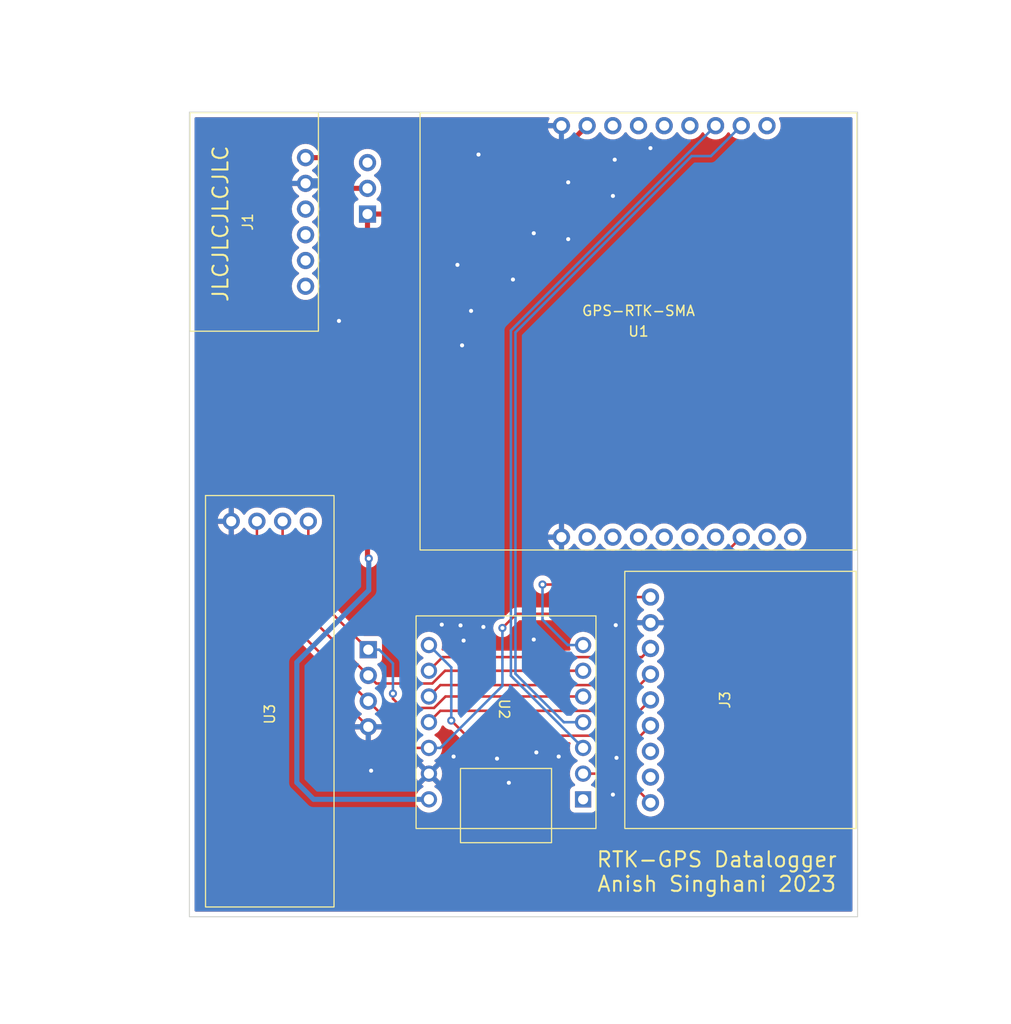
<source format=kicad_pcb>
(kicad_pcb (version 20211014) (generator pcbnew)
  (layers (0 "F.Cu" signal) (31 "B.Cu" signal) (34 "B.Paste" user) (35 "F.Paste" user) (36 "B.SilkS" user "B.Silkscreen") (37 "F.SilkS" user "F.Silkscreen") (38 "B.Mask" user) (39 "F.Mask" user) (44 "Edge.Cuts" user))
  (net 0 "")
  (net 14 "Net-(J1-Pad1)")
  (net 15 "GND")
  (net 16 "/RP_I2C_SDA")
  (net 17 "/RP_I2C_SCL")
  (net 18 "+3V3")
  (net 20 "/RP_SPI_CSn")
  (net 21 "/RP_SPI_MOSI")
  (net 22 "/RP_SPI_SCK")
  (net 23 "/RP_SPI_MISO")
  (net 25 "/DETECT")
  (net 26 "/GPS_RSTn")
  (net 27 "Net-(JP1-Pad2)")
  (net 28 "+5V")
  (net 29 "/RP_UART_TX")
  (net 30 "/RP_UART_RX")
  (footprint "Connector_PinHeader_2.54mm:PinHeader_1x03_P2.54mm_Vertical" (layer "F.Cu") (at 217.5002 59.04 180)
    (fp_text reference "SW1" hide)
    (fp_text value "SW_SPDT")
    (pad "1" thru_hole rect (at 0 0 180) (size 1.7 1.7) (drill 1) (layers *.Cu *.Mask) (net 28 "+5V"))
    (pad "2" thru_hole oval (at 0 2.54 180) (size 1.7 1.7) (drill 1) (layers *.Cu *.Mask) (net 14 "Net-(J1-Pad1)"))
    (pad "3" thru_hole oval (at 0 5.08 180) (size 1.7 1.7) (drill 1) (layers *.Cu *.Mask))
  )
  (footprint "sparkfun_parts:i2c-oled" (layer "F.Cu") (at 201.4916 89.3826 90)
    (fp_text reference "U3" (at -19.05 6.35 90) (layer "F.SilkS"))
    (fp_text value "I2C_OLED" hide)
    (fp_rect (start 2.54 0) (end -38.1 12.7) (layer "F.SilkS") (width 0.12) (fill none))
    (pad "1" thru_hole oval (at 0 2.54 90) (size 1.7 1.7) (drill 1) (layers *.Cu *.Mask) (net 15 "GND"))
    (pad "2" thru_hole oval (at 0 5.08 90) (size 1.7 1.7) (drill 1) (layers *.Cu *.Mask) (net 18 "+3V3"))
    (pad "3" thru_hole oval (at 0 7.62 90) (size 1.7 1.7) (drill 1) (layers *.Cu *.Mask) (net 17 "/RP_I2C_SCL"))
    (pad "4" thru_hole oval (at 0 10.16 90) (size 1.7 1.7) (drill 1) (layers *.Cu *.Mask) (net 16 "/RP_I2C_SDA"))
  )
  (footprint "sparkfun_parts:gps-rtk-sma" (layer "F.Cu") (at 222.6945 49.0408)
    (fp_text reference "U1" (at 21.59 21.59 unlocked) (layer "F.SilkS"))
    (fp_text value "GPS-RTK-SMA")
    (fp_text user "GPS-RTK-SMA" (at 21.59 19.558 unlocked) (layer "F.SilkS"))
    (fp_rect (start 0 0) (end 43.18 43.18) (layer "F.SilkS") (width 0.12) (fill none))
    (pad "1" thru_hole oval (at 13.97 1.27) (size 1.7 1.7) (drill 1) (layers *.Cu *.Mask) (net 15 "GND"))
    (pad "2" thru_hole oval (at 16.51 1.27) (size 1.7 1.7) (drill 1) (layers *.Cu *.Mask) (net 28 "+5V"))
    (pad "3" thru_hole oval (at 19.05 1.27) (size 1.7 1.7) (drill 1) (layers *.Cu *.Mask))
    (pad "4" thru_hole oval (at 21.59 1.27) (size 1.7 1.7) (drill 1) (layers *.Cu *.Mask))
    (pad "5" thru_hole oval (at 24.13 1.27) (size 1.7 1.7) (drill 1) (layers *.Cu *.Mask))
    (pad "6" thru_hole oval (at 26.67 1.27) (size 1.7 1.7) (drill 1) (layers *.Cu *.Mask))
    (pad "7" thru_hole oval (at 29.21 1.27) (size 1.7 1.7) (drill 1) (layers *.Cu *.Mask) (net 29 "/RP_UART_TX"))
    (pad "8" thru_hole oval (at 31.75 1.27) (size 1.7 1.7) (drill 1) (layers *.Cu *.Mask) (net 30 "/RP_UART_RX"))
    (pad "9" thru_hole oval (at 34.29 1.27) (size 1.7 1.7) (drill 1) (layers *.Cu *.Mask))
    (pad "10" thru_hole oval (at 36.83 41.91) (size 1.7 1.7) (drill 1) (layers *.Cu *.Mask))
    (pad "11" thru_hole oval (at 34.29 41.91) (size 1.7 1.7) (drill 1) (layers *.Cu *.Mask))
    (pad "12" thru_hole oval (at 31.75 41.91) (size 1.7 1.7) (drill 1) (layers *.Cu *.Mask) (net 27 "Net-(JP1-Pad2)"))
    (pad "13" thru_hole oval (at 29.21 41.91) (size 1.7 1.7) (drill 1) (layers *.Cu *.Mask))
    (pad "14" thru_hole oval (at 26.67 41.91) (size 1.7 1.7) (drill 1) (layers *.Cu *.Mask))
    (pad "15" thru_hole oval (at 24.13 41.91) (size 1.7 1.7) (drill 1) (layers *.Cu *.Mask))
    (pad "16" thru_hole oval (at 21.59 41.91) (size 1.7 1.7) (drill 1) (layers *.Cu *.Mask))
    (pad "17" thru_hole oval (at 19.05 41.91) (size 1.7 1.7) (drill 1) (layers *.Cu *.Mask))
    (pad "18" thru_hole oval (at 16.51 41.91) (size 1.7 1.7) (drill 1) (layers *.Cu *.Mask))
    (pad "19" thru_hole oval (at 13.97 41.91) (size 1.7 1.7) (drill 1) (layers *.Cu *.Mask) (net 15 "GND"))
  )
  (footprint "sparkfun_parts:adafruit_microsd" (layer "F.Cu") (at 265.7906 94.329 -90)
    (fp_text reference "J3" (at 12.7 12.954 90) (layer "F.SilkS"))
    (fp_text value "Micro_SD_Card" hide)
    (fp_rect (start 0 0) (end 25.4 22.86) (layer "F.SilkS") (width 0.12) (fill none))
    (pad "1" thru_hole oval (at 20.32 20.32) (size 1.7 1.7) (drill 1) (layers *.Cu *.Mask))
    (pad "2" thru_hole oval (at 15.24 20.32) (size 1.7 1.7) (drill 1) (layers *.Cu *.Mask) (net 20 "/RP_SPI_CSn"))
    (pad "3" thru_hole oval (at 12.7 20.32) (size 1.7 1.7) (drill 1) (layers *.Cu *.Mask) (net 21 "/RP_SPI_MOSI"))
    (pad "4" thru_hole oval (at 2.54 20.32) (size 1.7 1.7) (drill 1) (layers *.Cu *.Mask) (net 18 "+3V3"))
    (pad "5" thru_hole oval (at 7.62 20.32) (size 1.7 1.7) (drill 1) (layers *.Cu *.Mask) (net 22 "/RP_SPI_SCK"))
    (pad "6" thru_hole oval (at 5.08 20.32) (size 1.7 1.7) (drill 1) (layers *.Cu *.Mask) (net 15 "GND"))
    (pad "7" thru_hole oval (at 10.16 20.32) (size 1.7 1.7) (drill 1) (layers *.Cu *.Mask) (net 23 "/RP_SPI_MISO"))
    (pad "8" thru_hole oval (at 17.78 20.32) (size 1.7 1.7) (drill 1) (layers *.Cu *.Mask))
    (pad "9" thru_hole oval (at 22.86 20.32) (size 1.7 1.7) (drill 1) (layers *.Cu *.Mask) (net 25 "/DETECT"))
  )
  (footprint "Connector_PinHeader_2.54mm:PinHeader_1x04_P2.54mm_Vertical" (layer "F.Cu") (at 217.5764 102.0672)
    (fp_text reference "J2" hide)
    (fp_text value "I2C Breakout")
    (pad "1" thru_hole rect (at 0 0) (size 1.7 1.7) (drill 1) (layers *.Cu *.Mask) (net 16 "/RP_I2C_SDA"))
    (pad "2" thru_hole oval (at 0 2.54) (size 1.7 1.7) (drill 1) (layers *.Cu *.Mask) (net 17 "/RP_I2C_SCL"))
    (pad "3" thru_hole oval (at 0 5.08) (size 1.7 1.7) (drill 1) (layers *.Cu *.Mask) (net 18 "+3V3"))
    (pad "4" thru_hole oval (at 0 7.62) (size 1.7 1.7) (drill 1) (layers *.Cu *.Mask) (net 15 "GND"))
  )
  (footprint "sparkfun_parts:sparkfun_usbc" (layer "F.Cu") (at 199.9488 49.022)
    (fp_text reference "J1" (at 5.715 10.795 90) (layer "F.SilkS"))
    (fp_text value "USB_B" hide)
    (fp_rect (start 0 0) (end 12.7 21.59) (layer "F.SilkS") (width 0.12) (fill none))
    (pad "" thru_hole oval (at 11.43 9.525) (size 1.7 1.7) (drill 1) (layers *.Cu *.Mask))
    (pad "" thru_hole oval (at 11.43 17.145) (size 1.7 1.7) (drill 1) (layers *.Cu *.Mask))
    (pad "1" thru_hole oval (at 11.43 4.445) (size 1.7 1.7) (drill 1) (layers *.Cu *.Mask) (net 14 "Net-(J1-Pad1)"))
    (pad "2" thru_hole oval (at 11.43 12.065) (size 1.7 1.7) (drill 1) (layers *.Cu *.Mask))
    (pad "3" thru_hole oval (at 11.43 14.605) (size 1.7 1.7) (drill 1) (layers *.Cu *.Mask))
    (pad "4" thru_hole oval (at 11.43 6.985) (size 1.7 1.7) (drill 1) (layers *.Cu *.Mask) (net 15 "GND"))
  )
  (footprint "XIAO_PCB:MOUDLE14P-2.54-21X17.8MM" (layer "F.Cu") (at 231.1908 109.2312 -90)
    (fp_text reference "U2" (at -1.3066 0.1778 -90 unlocked) (layer "F.SilkS"))
    (fp_text value "MOUDLE-SEEEDUINO-XIAO")
    (fp_rect (start 4.57 -4.5) (end 11.9 4.5) (layer "F.SilkS") (width 0.12) (fill none))
    (fp_rect (start -10.5 -8.89) (end 10.5 8.89) (layer "F.SilkS") (width 0.12) (fill none))
    (pad "1" thru_hole rect (at 7.62 -7.62 270) (size 1.6 1.6) (drill 1) (layers *.Cu *.Mask))
    (pad "2" thru_hole circle (at 5.08 -7.62 270) (size 1.6 1.6) (drill 1) (layers *.Cu *.Mask) (net 25 "/DETECT"))
    (pad "3" thru_hole circle (at 2.54 -7.62 270) (size 1.6 1.6) (drill 1) (layers *.Cu *.Mask) (net 29 "/RP_UART_TX"))
    (pad "4" thru_hole circle (at 0 -7.62 270) (size 1.6 1.6) (drill 1) (layers *.Cu *.Mask) (net 30 "/RP_UART_RX"))
    (pad "5" thru_hole circle (at -2.54 -7.62 270) (size 1.6 1.6) (drill 1) (layers *.Cu *.Mask) (net 16 "/RP_I2C_SDA"))
    (pad "6" thru_hole circle (at -5.08 -7.62 270) (size 1.6 1.6) (drill 1) (layers *.Cu *.Mask) (net 17 "/RP_I2C_SCL"))
    (pad "7" thru_hole circle (at -7.62 -7.62 270) (size 1.6 1.6) (drill 1) (layers *.Cu *.Mask) (net 26 "/GPS_RSTn"))
    (pad "8" thru_hole circle (at -7.62 7.62 270) (size 1.6 1.6) (drill 1) (layers *.Cu *.Mask) (net 20 "/RP_SPI_CSn"))
    (pad "9" thru_hole circle (at -5.08 7.62 270) (size 1.6 1.6) (drill 1) (layers *.Cu *.Mask) (net 22 "/RP_SPI_SCK"))
    (pad "10" thru_hole circle (at -2.54 7.62 270) (size 1.6 1.6) (drill 1) (layers *.Cu *.Mask) (net 23 "/RP_SPI_MISO"))
    (pad "11" thru_hole circle (at 0 7.62 270) (size 1.6 1.6) (drill 1) (layers *.Cu *.Mask) (net 21 "/RP_SPI_MOSI"))
    (pad "12" thru_hole circle (at 2.54 7.62 270) (size 1.6 1.6) (drill 1) (layers *.Cu *.Mask) (net 18 "+3V3"))
    (pad "13" thru_hole circle (at 5.08 7.62 270) (size 1.6 1.6) (drill 1) (layers *.Cu *.Mask) (net 15 "GND"))
    (pad "14" thru_hole circle (at 7.62 7.62 270) (size 1.6 1.6) (drill 1) (layers *.Cu *.Mask) (net 28 "+5V"))
  )
  (footprint "Jumper:SolderJumper-2_P1.3mm_Open_Pad1.0x1.5mm" (layer "F.Cu") (at 237.5154 95.631)
    (fp_text reference "JP1" hide)
    (fp_text value "RST_jump")
    (pad "1" smd rect (at -0.65 0) (size 1 1.5) (layers "F.Cu" "F.Mask") (net 26 "/GPS_RSTn"))
    (pad "2" smd rect (at 0.65 0) (size 1 1.5) (layers "F.Cu" "F.Mask") (net 27 "Net-(JP1-Pad2)"))
  )
  (gr_rect (start 199.898 48.9712) (end 265.938 128.4478) (layer "Edge.Cuts") (width 0.1) (fill none))
  (gr_text "JLCJLCJLCJLC" (at 202.9714 59.9948 90) (layer "F.SilkS") (effects (font (size 1.5 1.5) (thickness 0.2))))
  (gr_text "RTK-GPS Datalogger\nAnish Singhani 2023" (at 252.0188 124.0028) (layer "F.SilkS") (effects (font (size 1.5 1.5) (thickness 0.2))))
  (segment (start 215.7834 56.5) (end 212.7504 53.467) (width 0.5) (layer "F.Cu") (net 14))
  (segment (start 217.5002 56.5) (end 215.7834 56.5) (width 0.5) (layer "F.Cu") (net 14))
  (segment (start 212.7504 53.467) (end 211.3788 53.467) (width 0.5) (layer "F.Cu") (net 14))
  (segment (start 204.0316 89.3826) (end 204.0316 96.1424) (width 0.25) (layer "F.Cu") (net 15))
  (segment (start 204.0316 96.1424) (end 217.5764 109.6872) (width 0.25) (layer "F.Cu") (net 15))
  (via (at 228.473 53.1622) (size 0.8) (drill 0.4) (layers "F.Cu" "B.Cu") (net 15))
  (via (at 241.7572 116.3828) (size 0.8) (drill 0.4) (layers "F.Cu" "B.Cu") (net 15))
  (via (at 226.9998 101.1682) (size 0.8) (drill 0.4) (layers "F.Cu" "B.Cu") (net 15))
  (via (at 226.695 99.6696) (size 0.8) (drill 0.4) (layers "F.Cu" "B.Cu") (net 15))
  (via (at 228.9556 99.822) (size 0.8) (drill 0.4) (layers "F.Cu" "B.Cu") (net 15))
  (via (at 242.1128 112.7506) (size 0.8) (drill 0.4) (layers "F.Cu" "B.Cu") (net 15))
  (via (at 227.7364 68.6054) (size 0.8) (drill 0.4) (layers "F.Cu" "B.Cu") (net 15))
  (via (at 226.8474 72.009) (size 0.8) (drill 0.4) (layers "F.Cu" "B.Cu") (net 15))
  (via (at 233.934 60.9346) (size 0.8) (drill 0.4) (layers "F.Cu" "B.Cu") (net 15))
  (via (at 241.7572 57.2516) (size 0.8) (drill 0.4) (layers "F.Cu" "B.Cu") (net 15))
  (via (at 231.4702 115.2144) (size 0.8) (drill 0.4) (layers "F.Cu" "B.Cu") (net 15))
  (via (at 236.3978 112.6236) (size 0.8) (drill 0.4) (layers "F.Cu" "B.Cu") (net 15))
  (via (at 245.4656 52.5272) (size 0.8) (drill 0.4) (layers "F.Cu" "B.Cu") (net 15))
  (via (at 237.3376 55.9054) (size 0.8) (drill 0.4) (layers "F.Cu" "B.Cu") (net 15))
  (via (at 242.0366 99.6442) (size 0.8) (drill 0.4) (layers "F.Cu" "B.Cu") (net 15))
  (via (at 234.188 112.2172) (size 0.8) (drill 0.4) (layers "F.Cu" "B.Cu") (net 15))
  (via (at 226.0092 112.6236) (size 0.8) (drill 0.4) (layers "F.Cu" "B.Cu") (net 15))
  (via (at 237.3376 61.5188) (size 0.8) (drill 0.4) (layers "F.Cu" "B.Cu") (net 15))
  (via (at 233.934 101.0666) (size 0.8) (drill 0.4) (layers "F.Cu" "B.Cu") (net 15))
  (via (at 224.8408 99.5934) (size 0.8) (drill 0.4) (layers "F.Cu" "B.Cu") (net 15))
  (via (at 231.8766 65.5066) (size 0.8) (drill 0.4) (layers "F.Cu" "B.Cu") (net 15))
  (via (at 230.3018 112.8268) (size 0.8) (drill 0.4) (layers "F.Cu" "B.Cu") (net 15))
  (via (at 214.6808 69.596) (size 0.8) (drill 0.4) (layers "F.Cu" "B.Cu") (net 15))
  (via (at 241.935 53.6702) (size 0.8) (drill 0.4) (layers "F.Cu" "B.Cu") (net 15))
  (via (at 217.8558 114.0206) (size 0.8) (drill 0.4) (layers "F.Cu" "B.Cu") (net 15))
  (via (at 226.3902 64.0588) (size 0.8) (drill 0.4) (layers "F.Cu" "B.Cu") (net 15))
  (segment (start 212.979 56.007) (end 214.6808 57.7088) (width 1) (layer "B.Cu") (net 15))
  (segment (start 214.6808 57.7088) (end 214.6808 69.596) (width 1) (layer "B.Cu") (net 15))
  (segment (start 211.3788 56.007) (end 212.979 56.007) (width 1) (layer "B.Cu") (net 15))
  (segment (start 211.6516 96.1424) (end 217.5764 102.0672) (width 0.25) (layer "F.Cu") (net 16))
  (segment (start 225.2106 106.6912) (end 224.0788 107.823) (width 0.25) (layer "F.Cu") (net 16))
  (segment (start 224.0788 107.823) (end 220.9292 107.823) (width 0.25) (layer "F.Cu") (net 16))
  (segment (start 220.9292 107.823) (end 220.0148 106.9086) (width 0.25) (layer "F.Cu") (net 16))
  (segment (start 220.0148 106.9086) (end 220.0148 106.4006) (width 0.25) (layer "F.Cu") (net 16))
  (segment (start 238.8108 106.6912) (end 225.2106 106.6912) (width 0.25) (layer "F.Cu") (net 16))
  (segment (start 211.6516 89.3826) (end 211.6516 96.1424) (width 0.25) (layer "F.Cu") (net 16))
  (via (at 220.0148 106.4006) (size 0.8) (drill 0.4) (layers "F.Cu" "B.Cu") (net 16))
  (segment (start 220.0148 103.4288) (end 218.6532 102.0672) (width 0.25) (layer "B.Cu") (net 16))
  (segment (start 220.0148 106.4006) (end 220.0148 103.4288) (width 0.25) (layer "B.Cu") (net 16))
  (segment (start 218.6532 102.0672) (end 217.5764 102.0672) (width 0.25) (layer "B.Cu") (net 16))
  (segment (start 218.3792 105.41) (end 217.5764 104.6072) (width 0.25) (layer "F.Cu") (net 17))
  (segment (start 238.8108 104.1512) (end 225.161791 104.1512) (width 0.25) (layer "F.Cu") (net 17))
  (segment (start 209.1116 96.1424) (end 217.5764 104.6072) (width 0.25) (layer "F.Cu") (net 17))
  (segment (start 209.1116 89.3826) (end 209.1116 96.1424) (width 0.25) (layer "F.Cu") (net 17))
  (segment (start 225.161791 104.1512) (end 223.902991 105.41) (width 0.25) (layer "F.Cu") (net 17))
  (segment (start 223.902991 105.41) (end 218.3792 105.41) (width 0.25) (layer "F.Cu") (net 17))
  (segment (start 242.1448 96.869) (end 240.4872 98.5266) (width 0.25) (layer "F.Cu") (net 18))
  (segment (start 206.5716 89.3826) (end 206.5716 96.1424) (width 0.25) (layer "F.Cu") (net 18))
  (segment (start 223.5708 111.7712) (end 222.2004 111.7712) (width 0.25) (layer "F.Cu") (net 18))
  (segment (start 222.2004 111.7712) (end 217.5764 107.1472) (width 0.25) (layer "F.Cu") (net 18))
  (segment (start 245.4706 96.869) (end 242.1448 96.869) (width 0.25) (layer "F.Cu") (net 18))
  (segment (start 206.5716 96.1424) (end 217.5764 107.1472) (width 0.25) (layer "F.Cu") (net 18))
  (segment (start 232.2322 98.5266) (end 230.8352 99.9236) (width 0.25) (layer "F.Cu") (net 18))
  (segment (start 240.4872 98.5266) (end 232.2322 98.5266) (width 0.25) (layer "F.Cu") (net 18))
  (via (at 230.8352 99.9236) (size 0.8) (drill 0.4) (layers "F.Cu" "B.Cu") (net 18))
  (segment (start 230.7844 105.68897) (end 230.8352 105.63817) (width 0.25) (layer "B.Cu") (net 18))
  (segment (start 230.8352 105.63817) (end 230.8352 99.9236) (width 0.25) (layer "B.Cu") (net 18))
  (segment (start 224.70217 111.7712) (end 230.7844 105.68897) (width 0.25) (layer "B.Cu") (net 18))
  (segment (start 223.5708 111.7712) (end 224.70217 111.7712) (width 0.25) (layer "B.Cu") (net 18))
  (segment (start 245.4706 109.569) (end 244.476222 110.563378) (width 0.25) (layer "F.Cu") (net 20))
  (segment (start 227.276378 110.563378) (end 225.7806 109.0676) (width 0.25) (layer "F.Cu") (net 20))
  (segment (start 244.476222 110.563378) (end 227.276378 110.563378) (width 0.25) (layer "F.Cu") (net 20))
  (via (at 225.7806 109.0676) (size 0.8) (drill 0.4) (layers "F.Cu" "B.Cu") (net 20))
  (segment (start 225.7806 109.0676) (end 225.7806 103.821) (width 0.25) (layer "B.Cu") (net 20))
  (segment (start 225.7806 103.821) (end 223.5708 101.6112) (width 0.25) (layer "B.Cu") (net 20))
  (segment (start 245.4706 107.029) (end 244.3934 108.1062) (width 0.25) (layer "F.Cu") (net 21))
  (segment (start 224.6958 108.1062) (end 223.5708 109.2312) (width 0.25) (layer "F.Cu") (net 21))
  (segment (start 244.3934 108.1062) (end 224.6958 108.1062) (width 0.25) (layer "F.Cu") (net 21))
  (segment (start 245.4706 101.949) (end 244.6206 102.799) (width 0.25) (layer "F.Cu") (net 22))
  (segment (start 224.923 102.799) (end 223.5708 104.1512) (width 0.25) (layer "F.Cu") (net 22))
  (segment (start 244.6206 102.799) (end 224.923 102.799) (width 0.25) (layer "F.Cu") (net 22))
  (segment (start 245.4706 104.489) (end 244.3934 105.5662) (width 0.25) (layer "F.Cu") (net 23))
  (segment (start 224.6958 105.5662) (end 223.5708 106.6912) (width 0.25) (layer "F.Cu") (net 23))
  (segment (start 244.3934 105.5662) (end 224.6958 105.5662) (width 0.25) (layer "F.Cu") (net 23))
  (segment (start 242.5928 114.3112) (end 238.8108 114.3112) (width 0.25) (layer "F.Cu") (net 25))
  (segment (start 245.4706 117.189) (end 242.5928 114.3112) (width 0.25) (layer "F.Cu") (net 25))
  (segment (start 234.7976 95.631) (end 236.8654 95.631) (width 0.25) (layer "F.Cu") (net 26))
  (via (at 234.7976 95.631) (size 0.8) (drill 0.4) (layers "F.Cu" "B.Cu") (net 26))
  (segment (start 237.298 101.6112) (end 234.7976 99.1108) (width 0.25) (layer "B.Cu") (net 26))
  (segment (start 238.8108 101.6112) (end 237.298 101.6112) (width 0.25) (layer "B.Cu") (net 26))
  (segment (start 234.7976 99.1108) (end 234.7976 95.631) (width 0.25) (layer "B.Cu") (net 26))
  (segment (start 251.8725 93.5228) (end 254.4445 90.9508) (width 0.25) (layer "F.Cu") (net 27))
  (segment (start 238.1654 95.631) (end 240.8682 95.631) (width 0.25) (layer "F.Cu") (net 27))
  (segment (start 240.8682 95.631) (end 242.9764 93.5228) (width 0.25) (layer "F.Cu") (net 27))
  (segment (start 242.9764 93.5228) (end 251.8725 93.5228) (width 0.25) (layer "F.Cu") (net 27))
  (segment (start 230.4753 59.04) (end 239.2045 50.3108) (width 0.5) (layer "F.Cu") (net 28))
  (segment (start 217.5002 59.04) (end 230.4753 59.04) (width 0.5) (layer "F.Cu") (net 28))
  (segment (start 217.5002 92.9386) (end 217.6272 93.0656) (width 0.5) (layer "F.Cu") (net 28))
  (segment (start 217.5002 59.04) (end 217.5002 92.9386) (width 0.5) (layer "F.Cu") (net 28))
  (via (at 217.6272 93.0656) (size 0.8) (drill 0.4) (layers "F.Cu" "B.Cu") (net 28))
  (segment (start 217.6272 93.0656) (end 217.6272 96.197938) (width 0.5) (layer "B.Cu") (net 28))
  (segment (start 223.5708 116.8512) (end 212.1774 116.8512) (width 0.5) (layer "B.Cu") (net 28))
  (segment (start 210.5152 103.309938) (end 210.5152 115.189) (width 0.5) (layer "B.Cu") (net 28))
  (segment (start 212.1774 116.8512) (end 210.5152 115.189) (width 0.5) (layer "B.Cu") (net 28))
  (segment (start 217.6272 96.197938) (end 210.5152 103.309938) (width 0.5) (layer "B.Cu") (net 28))
  (segment (start 238.8108 111.7712) (end 231.6734 104.6338) (width 0.25) (layer "B.Cu") (net 29))
  (segment (start 231.6734 70.5419) (end 251.9045 50.3108) (width 0.25) (layer "B.Cu") (net 29))
  (segment (start 231.6734 104.6338) (end 231.6734 70.5419) (width 0.25) (layer "B.Cu") (net 29))
  (segment (start 232.1234 70.728296) (end 232.1234 104.447404) (width 0.25) (layer "B.Cu") (net 30))
  (segment (start 251.4407 53.3146) (end 249.537096 53.3146) (width 0.25) (layer "B.Cu") (net 30))
  (segment (start 232.1234 104.447404) (end 236.907196 109.2312) (width 0.25) (layer "B.Cu") (net 30))
  (segment (start 249.537096 53.3146) (end 232.1234 70.728296) (width 0.25) (layer "B.Cu") (net 30))
  (segment (start 236.907196 109.2312) (end 238.8108 109.2312) (width 0.25) (layer "B.Cu") (net 30))
  (segment (start 254.4445 50.3108) (end 251.4407 53.3146) (width 0.25) (layer "B.Cu") (net 30))
  (zone (net 15) (net_name "GND") (layers F&B.Cu) (connect_pads (clearance 0.508)) (min_thickness 0.254) (fill yes (thermal_gap 0.508) (thermal_bridge_width 0.508))
    (polygon (pts (xy 281.1018 139.0396) (xy 181.1782 136.906) (xy 187.579 37.8968) (xy 280.4922 37.8968)))
  )
)
</source>
